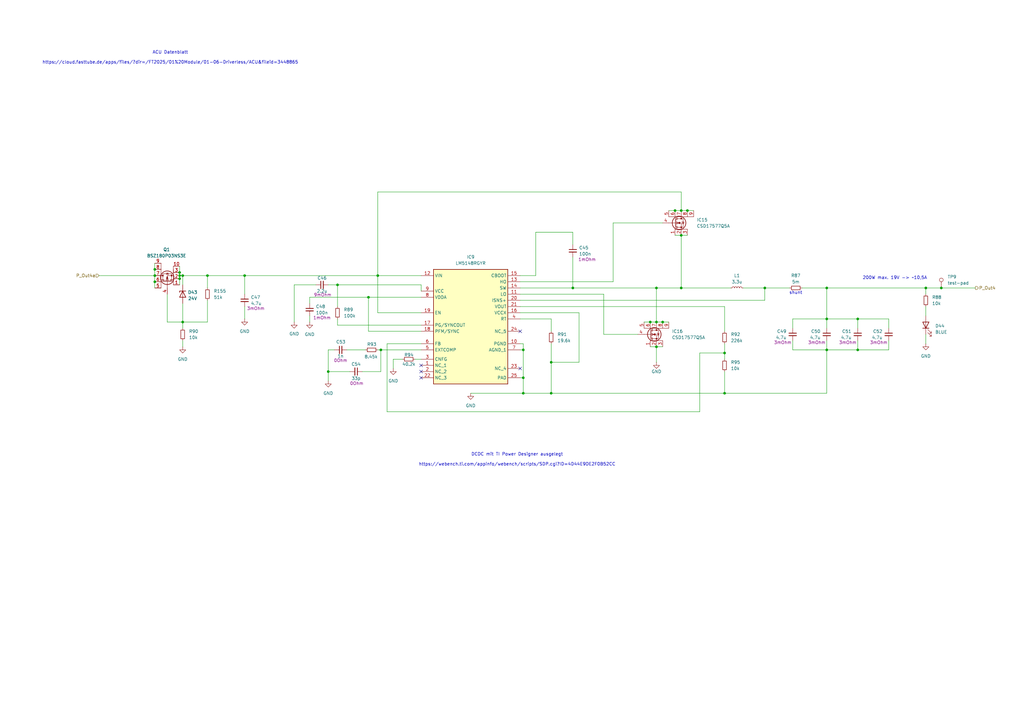
<source format=kicad_sch>
(kicad_sch (version 20231120) (generator "eeschema") (generator_version "8.0")
  (paper "A3")
  (title_block (title "PDU FT25") (date "2024-11-23") (rev "V1.1") (company "Janek Herm") (comment 1 "FaSTTUBe Electronics"))
  (lib_symbols
    (symbol "Connector:TestPoint" (pin_numbers hide) (pin_names (offset 0.762) hide)
      (property "Reference" "TP" (at 0 6.858 0))
      (property "Value" "TestPoint" (at 0 5.08 0))
      (symbol "TestPoint_0_1"
        (circle (center 0 3.302) (radius 0.762))
      )
      (symbol "TestPoint_1_1"
        (pin passive line (at 0 0 90) (length 2.54) (name "1") (number "1"))
      )
    )
    (symbol "Device:C_Small" (pin_numbers hide) (pin_names (offset 0.254) hide)
      (property "Reference" "C" (at 0.254 1.778 0))
      (property "Value" "C_Small" (at 0.254 -2.032 0))
      (symbol "C_Small_0_1"
        (polyline (pts (xy -1.524 -0.508) (xy 1.524 -0.508)) (stroke (width 0.3302)))
        (polyline (pts (xy -1.524 0.508) (xy 1.524 0.508)) (stroke (width 0.3048)))
      )
      (symbol "C_Small_1_1"
        (pin passive line (at 0 2.54 270) (length 2.032) (name "~") (number "1"))
        (pin passive line (at 0 -2.54 90) (length 2.032) (name "~") (number "2"))
      )
    )
    (symbol "Device:D_Zener" (pin_numbers hide) (pin_names (offset 1.016) hide)
      (property "Reference" "D" (at 0 2.54 0))
      (property "Value" "D_Zener" (at 0 -2.54 0))
      (symbol "D_Zener_0_1"
        (polyline (pts (xy 1.27 0) (xy -1.27 0)))
        (polyline (pts (xy -1.27 -1.27) (xy -1.27 1.27) (xy -0.762 1.27)) (stroke (width 0.254)))
        (polyline (pts (xy 1.27 -1.27) (xy 1.27 1.27) (xy -1.27 0) (xy 1.27 -1.27)) (stroke (width 0.254)))
      )
      (symbol "D_Zener_1_1"
        (pin passive line (at -3.81 0 0) (length 2.54) (name "K") (number "1"))
        (pin passive line (at 3.81 0 180) (length 2.54) (name "A") (number "2"))
      )
    )
    (symbol "Device:LED" (pin_numbers hide) (pin_names (offset 1.016) hide)
      (property "Reference" "D" (at 0 2.54 0))
      (property "Value" "LED" (at 0 -2.54 0))
      (symbol "LED_0_1"
        (polyline (pts (xy -1.27 -1.27) (xy -1.27 1.27)) (stroke (width 0.254)))
        (polyline (pts (xy -1.27 0) (xy 1.27 0)))
        (polyline (pts (xy 1.27 -1.27) (xy 1.27 1.27) (xy -1.27 0) (xy 1.27 -1.27)) (stroke (width 0.254)))
        (polyline (pts (xy -3.048 -0.762) (xy -4.572 -2.286) (xy -3.81 -2.286) (xy -4.572 -2.286) (xy -4.572 -1.524)))
        (polyline (pts (xy -1.778 -0.762) (xy -3.302 -2.286) (xy -2.54 -2.286) (xy -3.302 -2.286) (xy -3.302 -1.524)))
      )
      (symbol "LED_1_1"
        (pin passive line (at -3.81 0 0) (length 2.54) (name "K") (number "1"))
        (pin passive line (at 3.81 0 180) (length 2.54) (name "A") (number "2"))
      )
    )
    (symbol "Device:L_Small" (pin_numbers hide) (pin_names (offset 0.254) hide)
      (property "Reference" "L" (at 0.762 1.016 0))
      (property "Value" "L_Small" (at 0.762 -1.016 0))
      (symbol "L_Small_0_1"
        (arc (start 0 -2.032) (mid 0.5058 -1.524) (end 0 -1.016))
        (arc (start 0 -1.016) (mid 0.5058 -0.508) (end 0 0))
        (arc (start 0 0) (mid 0.5058 0.508) (end 0 1.016))
        (arc (start 0 1.016) (mid 0.5058 1.524) (end 0 2.032))
      )
      (symbol "L_Small_1_1"
        (pin passive line (at 0 2.54 270) (length 0.508) (name "~") (number "1"))
        (pin passive line (at 0 -2.54 90) (length 0.508) (name "~") (number "2"))
      )
    )
    (symbol "Device:R_Small" (pin_numbers hide) (pin_names (offset 0.254) hide)
      (property "Reference" "R" (at 0.762 0.508 0))
      (property "Value" "R_Small" (at 0.762 -1.016 0))
      (symbol "R_Small_0_1"
        (rectangle (start -0.762 1.778) (end 0.762 -1.778) (stroke (width 0.2032)))
      )
      (symbol "R_Small_1_1"
        (pin passive line (at 0 2.54 270) (length 0.762) (name "~") (number "1"))
        (pin passive line (at 0 -2.54 90) (length 0.762) (name "~") (number "2"))
      )
    )
    (symbol "FaSTTUBe_microcontrollers:BSZ180P03NS3E"
      (property "Reference" "Q" (at 4.445 0.635 0))
      (symbol "BSZ180P03NS3E_0_1"
        (circle (center -0.889 0) (radius 2.794) (stroke (width 0.254)))
        (circle (center 0 -1.778) (radius 0.254) (fill (type outline)))
        (polyline (pts (xy -3.81 -2.54) (xy -2.54 -2.54)))
        (polyline (pts (xy -2.286 0) (xy -5.08 0)))
        (polyline (pts (xy -2.286 1.905) (xy -2.286 -1.905)) (stroke (width 0.254)))
        (polyline (pts (xy -1.778 -1.27) (xy -1.778 -2.286)) (stroke (width 0.254)))
        (polyline (pts (xy -1.778 0.508) (xy -1.778 -0.508)) (stroke (width 0.254)))
        (polyline (pts (xy -1.778 2.286) (xy -1.778 1.27)) (stroke (width 0.254)))
        (polyline (pts (xy 0 1.905) (xy 0 2.54)))
        (polyline (pts (xy 0 2.54) (xy 0 1.778)))
        (polyline (pts (xy 2.54 -2.54) (xy -2.54 -2.54)))
        (polyline (pts (xy 2.54 2.54) (xy -5.08 2.54)))
        (polyline (pts (xy 3.81 -2.54) (xy 1.27 -2.54)))
        (polyline (pts (xy 5.08 2.54) (xy 2.54 2.54)))
        (polyline (pts (xy 0 -2.54) (xy 0 0) (xy -1.778 0)))
        (polyline (pts (xy -1.778 1.778) (xy 0.762 1.778) (xy 0.762 -1.778) (xy -1.778 -1.778)))
        (polyline (pts (xy -0.254 0) (xy -1.27 0.381) (xy -1.27 -0.381) (xy -0.254 0)) (fill (type outline)))
        (polyline (pts (xy 0.254 -0.508) (xy 0.381 -0.381) (xy 1.143 -0.381) (xy 1.27 -0.254)))
        (polyline (pts (xy 0.762 -0.381) (xy 0.381 0.254) (xy 1.143 0.254) (xy 0.762 -0.381)))
        (circle (center 0 1.778) (radius 0.254) (fill (type outline)))
      )
      (symbol "BSZ180P03NS3E_1_1"
        (pin passive line (at -3.81 -5.08 90) (length 2.54) (name "") (number "1"))
        (pin passive line (at 3.81 -5.08 90) (length 2.54) (name "") (number "10"))
        (pin passive line (at -1.27 -5.08 90) (length 2.54) (name "") (number "2"))
        (pin passive line (at 1.27 -5.08 90) (length 2.54) (name "") (number "3"))
        (pin input line (at -7.62 0 0) (length 2.54) (name "") (number "4"))
        (pin passive line (at -5.08 5.08 270) (length 2.54) (name "") (number "5"))
        (pin passive line (at -2.54 5.08 270) (length 2.54) (name "") (number "6"))
        (pin passive line (at 0 5.08 270) (length 2.54) (name "") (number "7"))
        (pin passive line (at 2.54 5.08 270) (length 2.54) (name "") (number "8"))
        (pin passive line (at 5.08 5.08 270) (length 2.54) (name "") (number "9"))
      )
    )
    (symbol "FaSTTUBe_microcontrollers:CSD17577Q5A"
      (property "Reference" "IC" (at 9.144 -15.113 0))
      (property "Value" "CSD17577Q5A" (at 9.906 -17.145 0))
      (symbol "CSD17577Q5A_0_1"
        (circle (center -0.889 -16.51) (radius 2.794) (stroke (width 0.254)))
        (circle (center 0 -18.288) (radius 0.254) (fill (type outline)))
        (circle (center 0 -14.732) (radius 0.254) (fill (type outline)))
        (polyline (pts (xy -2.286 -16.51) (xy -5.08 -16.51)))
        (polyline (pts (xy -2.286 -14.605) (xy -2.286 -18.415)) (stroke (width 0.254)))
        (polyline (pts (xy -1.778 -17.78) (xy -1.778 -18.796)) (stroke (width 0.254)))
        (polyline (pts (xy -1.778 -16.002) (xy -1.778 -17.018)) (stroke (width 0.254)))
        (polyline (pts (xy -1.778 -14.224) (xy -1.778 -15.24)) (stroke (width 0.254)))
        (polyline (pts (xy 0 -13.97) (xy 0 -14.732)))
        (polyline (pts (xy 2.54 -19.05) (xy -2.54 -19.05)))
        (polyline (pts (xy 5.08 -13.97) (xy -5.08 -13.97)))
        (polyline (pts (xy 0 -19.05) (xy 0 -16.51) (xy -1.778 -16.51)))
        (polyline (pts (xy -1.778 -18.288) (xy 0.762 -18.288) (xy 0.762 -14.732) (xy -1.778 -14.732)))
        (polyline (pts (xy -1.524 -16.51) (xy -0.508 -16.129) (xy -0.508 -16.891) (xy -1.524 -16.51)) (fill (type outline)))
        (polyline (pts (xy 0.254 -16.002) (xy 0.381 -16.129) (xy 1.143 -16.129) (xy 1.27 -16.256)))
        (polyline (pts (xy 0.762 -16.129) (xy 0.381 -16.764) (xy 1.143 -16.764) (xy 0.762 -16.129)))
      )
      (symbol "CSD17577Q5A_1_1"
        (pin passive line (at -2.54 -21.59 90) (length 2.54) (name "") (number "1"))
        (pin passive line (at 0 -21.59 90) (length 2.54) (name "") (number "2"))
        (pin passive line (at 2.54 -21.59 90) (length 2.54) (name "") (number "3"))
        (pin input line (at -7.62 -16.51 0) (length 2.54) (name "") (number "4"))
        (pin passive line (at -5.08 -11.43 270) (length 2.54) (name "") (number "5"))
        (pin passive line (at -2.54 -11.43 270) (length 2.54) (name "") (number "6"))
        (pin passive line (at 0 -11.43 270) (length 2.54) (name "") (number "7"))
        (pin passive line (at 2.54 -11.43 270) (length 2.54) (name "") (number "8"))
        (pin passive line (at 5.08 -11.43 270) (length 2.54) (name "") (number "9"))
      )
    )
    (symbol "LM5148RGYR:LM5148RGYR"
      (property "Reference" "IC" (at 36.83 17.78 0))
      (property "Value" "LM5148RGYR" (at 36.83 15.24 0))
      (symbol "LM5148RGYR_1_1"
        (rectangle (start 5.08 12.7) (end 35.56 -34.29) (stroke (width 0.254)) (fill (type background)))
        (pin passive line (at 0 -26.67 0) (length 5.08) (name "NC_1") (number "1"))
        (pin passive line (at 40.64 -17.78 180) (length 5.08) (name "PGND") (number "10"))
        (pin passive line (at 40.64 2.54 180) (length 5.08) (name "LO") (number "11"))
        (pin passive line (at 0 10.16 0) (length 5.08) (name "VIN") (number "12"))
        (pin passive line (at 40.64 7.62 180) (length 5.08) (name "HO") (number "13"))
        (pin passive line (at 40.64 5.08 180) (length 5.08) (name "SW") (number "14"))
        (pin passive line (at 40.64 10.16 180) (length 5.08) (name "CBOOT") (number "15"))
        (pin passive line (at 40.64 -5.08 180) (length 5.08) (name "VCCX") (number "16"))
        (pin passive line (at 0 -10.16 0) (length 5.08) (name "PG/SYNCOUT") (number "17"))
        (pin passive line (at 0 -12.7 0) (length 5.08) (name "PFM/SYNC") (number "18"))
        (pin passive line (at 0 -5.08 0) (length 5.08) (name "EN") (number "19"))
        (pin passive line (at 0 -29.21 0) (length 5.08) (name "NC_2") (number "2"))
        (pin passive line (at 40.64 0 180) (length 5.08) (name "ISNS+") (number "20"))
        (pin passive line (at 40.64 -2.54 180) (length 5.08) (name "VOUT") (number "21"))
        (pin passive line (at 0 -31.75 0) (length 5.08) (name "NC_3") (number "22"))
        (pin passive line (at 40.64 -27.94 180) (length 5.08) (name "NC_4") (number "23"))
        (pin passive line (at 40.64 -12.7 180) (length 5.08) (name "NC_5") (number "24"))
        (pin passive line (at 40.64 -31.75 180) (length 5.08) (name "PAD") (number "25"))
        (pin passive line (at 0 -24.13 0) (length 5.08) (name "CNFG") (number "3"))
        (pin passive line (at 40.64 -7.62 180) (length 5.08) (name "RT") (number "4"))
        (pin passive line (at 0 -20.32 0) (length 5.08) (name "EXTCOMP") (number "5"))
        (pin passive line (at 0 -17.78 0) (length 5.08) (name "FB") (number "6"))
        (pin passive line (at 40.64 -20.32 180) (length 5.08) (name "AGND_1") (number "7"))
        (pin passive line (at 0 1.27 0) (length 5.08) (name "VDDA") (number "8"))
        (pin passive line (at 0 3.81 0) (length 5.08) (name "VCC") (number "9"))
      )
    )
    (symbol "power:GND" (power) (pin_numbers hide) (pin_names (offset 0) hide)
      (property "Value" "GND" (at 0 -3.81 0))
      (symbol "GND_0_1"
        (polyline (pts (xy 0 0) (xy 0 -1.27) (xy 1.27 -1.27) (xy 0 -2.54) (xy -1.27 -1.27) (xy 0 -1.27)))
      )
      (symbol "GND_1_1"
        (pin power_in line (at 0 0 270) (length 0) (name "~") (number "1"))
      )
    )
  )
  (junction (at 214.63 161.29))
  (junction (at 279.4 118.11))
  (junction (at 351.79 130.81))
  (junction (at 74.93 113.03))
  (junction (at 339.09 143.51))
  (junction (at 386.08 118.11))
  (junction (at 281.94 86.36))
  (junction (at 63.5 110.49))
  (junction (at 73.66 113.03))
  (junction (at 379.73 118.11))
  (junction (at 279.4 86.36))
  (junction (at 85.09 113.03))
  (junction (at 73.66 114.3))
  (junction (at 266.7 132.08))
  (junction (at 63.5 113.03))
  (junction (at 269.24 118.11))
  (junction (at 226.06 161.29))
  (junction (at 151.13 121.92))
  (junction (at 214.63 154.94))
  (junction (at 276.86 86.36))
  (junction (at 269.24 132.08))
  (junction (at 269.24 142.24))
  (junction (at 297.18 144.78))
  (junction (at 156.21 143.51))
  (junction (at 271.78 132.08))
  (junction (at 313.69 118.11))
  (junction (at 138.43 116.84))
  (junction (at 234.95 118.11))
  (junction (at 74.93 132.08))
  (junction (at 154.94 113.03))
  (junction (at 63.5 115.57))
  (junction (at 279.4 96.52))
  (junction (at 73.66 111.76))
  (junction (at 226.06 148.59))
  (junction (at 100.33 113.03))
  (junction (at 339.09 118.11))
  (junction (at 297.18 161.29))
  (junction (at 339.09 130.81))
  (junction (at 351.79 143.51))
  (junction (at 134.62 152.4))
  (junction (at 214.63 143.51))
  (no_connect (at 172.72 152.4))
  (no_connect (at 172.72 154.94))
  (no_connect (at 172.72 149.86))
  (no_connect (at 213.36 151.13))
  (no_connect (at 213.36 135.89))
  (wire (pts (xy 226.06 130.81) (xy 226.06 135.89)))
  (wire (pts (xy 74.93 139.7) (xy 74.93 142.24)))
  (wire (pts (xy 339.09 130.81) (xy 351.79 130.81)))
  (wire (pts (xy 120.65 132.08) (xy 120.65 116.84)))
  (wire (pts (xy 297.18 152.4) (xy 297.18 161.29)))
  (wire (pts (xy 351.79 143.51) (xy 364.49 143.51)))
  (wire (pts (xy 213.36 128.27) (xy 237.49 128.27)))
  (wire (pts (xy 214.63 143.51) (xy 213.36 143.51)))
  (wire (pts (xy 73.66 114.3) (xy 73.66 116.84)))
  (wire (pts (xy 158.75 168.91) (xy 287.02 168.91)))
  (wire (pts (xy 63.5 107.95) (xy 63.5 110.49)))
  (wire (pts (xy 214.63 161.29) (xy 226.06 161.29)))
  (wire (pts (xy 127 121.92) (xy 127 124.46)))
  (wire (pts (xy 269.24 118.11) (xy 279.4 118.11)))
  (wire (pts (xy 226.06 148.59) (xy 226.06 161.29)))
  (wire (pts (xy 339.09 139.7) (xy 339.09 143.51)))
  (wire (pts (xy 379.73 118.11) (xy 386.08 118.11)))
  (wire (pts (xy 364.49 134.62) (xy 364.49 130.81)))
  (wire (pts (xy 154.94 78.74) (xy 279.4 78.74)))
  (wire (pts (xy 297.18 161.29) (xy 339.09 161.29)))
  (wire (pts (xy 127 121.92) (xy 151.13 121.92)))
  (wire (pts (xy 325.12 134.62) (xy 325.12 130.81)))
  (wire (pts (xy 364.49 139.7) (xy 364.49 143.51)))
  (wire (pts (xy 339.09 143.51) (xy 339.09 161.29)))
  (wire (pts (xy 85.09 113.03) (xy 100.33 113.03)))
  (wire (pts (xy 63.5 115.57) (xy 63.5 118.11)))
  (wire (pts (xy 214.63 140.97) (xy 213.36 140.97)))
  (wire (pts (xy 269.24 118.11) (xy 269.24 132.08)))
  (wire (pts (xy 148.59 152.4) (xy 156.21 152.4)))
  (wire (pts (xy 154.94 113.03) (xy 172.72 113.03)))
  (wire (pts (xy 172.72 128.27) (xy 154.94 128.27)))
  (wire (pts (xy 100.33 125.73) (xy 100.33 130.81)))
  (wire (pts (xy 214.63 161.29) (xy 214.63 154.94)))
  (wire (pts (xy 172.72 140.97) (xy 158.75 140.97)))
  (wire (pts (xy 234.95 95.25) (xy 234.95 100.33)))
  (wire (pts (xy 120.65 116.84) (xy 129.54 116.84)))
  (wire (pts (xy 325.12 143.51) (xy 325.12 139.7)))
  (wire (pts (xy 156.21 152.4) (xy 156.21 143.51)))
  (wire (pts (xy 74.93 113.03) (xy 85.09 113.03)))
  (wire (pts (xy 269.24 132.08) (xy 271.78 132.08)))
  (wire (pts (xy 213.36 130.81) (xy 226.06 130.81)))
  (wire (pts (xy 271.78 132.08) (xy 274.32 132.08)))
  (wire (pts (xy 379.73 137.16) (xy 379.73 140.97)))
  (wire (pts (xy 325.12 130.81) (xy 339.09 130.81)))
  (wire (pts (xy 74.93 124.46) (xy 74.93 132.08)))
  (wire (pts (xy 161.29 151.13) (xy 161.29 147.32)))
  (wire (pts (xy 313.69 118.11) (xy 323.85 118.11)))
  (wire (pts (xy 158.75 140.97) (xy 158.75 168.91)))
  (wire (pts (xy 339.09 130.81) (xy 339.09 134.62)))
  (wire (pts (xy 266.7 142.24) (xy 269.24 142.24)))
  (wire (pts (xy 379.73 125.73) (xy 379.73 129.54)))
  (wire (pts (xy 214.63 143.51) (xy 214.63 154.94)))
  (wire (pts (xy 138.43 133.35) (xy 138.43 130.81)))
  (wire (pts (xy 269.24 142.24) (xy 271.78 142.24)))
  (wire (pts (xy 351.79 134.62) (xy 351.79 130.81)))
  (wire (pts (xy 313.69 123.19) (xy 313.69 118.11)))
  (wire (pts (xy 251.46 91.44) (xy 251.46 115.57)))
  (wire (pts (xy 386.08 118.11) (xy 400.05 118.11)))
  (wire (pts (xy 237.49 148.59) (xy 226.06 148.59)))
  (wire (pts (xy 351.79 130.81) (xy 364.49 130.81)))
  (wire (pts (xy 234.95 118.11) (xy 269.24 118.11)))
  (wire (pts (xy 154.94 113.03) (xy 154.94 78.74)))
  (wire (pts (xy 134.62 143.51) (xy 137.16 143.51)))
  (wire (pts (xy 247.65 120.65) (xy 213.36 120.65)))
  (wire (pts (xy 213.36 118.11) (xy 234.95 118.11)))
  (wire (pts (xy 219.71 113.03) (xy 219.71 95.25)))
  (wire (pts (xy 138.43 125.73) (xy 138.43 116.84)))
  (wire (pts (xy 213.36 113.03) (xy 219.71 113.03)))
  (wire (pts (xy 279.4 78.74) (xy 279.4 86.36)))
  (wire (pts (xy 73.66 113.03) (xy 73.66 114.3)))
  (wire (pts (xy 74.93 113.03) (xy 74.93 116.84)))
  (wire (pts (xy 247.65 120.65) (xy 247.65 137.16)))
  (wire (pts (xy 351.79 139.7) (xy 351.79 143.51)))
  (wire (pts (xy 151.13 135.89) (xy 151.13 121.92)))
  (wire (pts (xy 127 129.54) (xy 127 132.08)))
  (wire (pts (xy 325.12 143.51) (xy 339.09 143.51)))
  (wire (pts (xy 339.09 118.11) (xy 339.09 130.81)))
  (wire (pts (xy 281.94 86.36) (xy 284.48 86.36)))
  (wire (pts (xy 379.73 118.11) (xy 379.73 120.65)))
  (wire (pts (xy 85.09 132.08) (xy 74.93 132.08)))
  (wire (pts (xy 276.86 96.52) (xy 279.4 96.52)))
  (wire (pts (xy 264.16 132.08) (xy 266.7 132.08)))
  (wire (pts (xy 63.5 113.03) (xy 63.5 115.57)))
  (wire (pts (xy 219.71 95.25) (xy 234.95 95.25)))
  (wire (pts (xy 149.86 143.51) (xy 142.24 143.51)))
  (wire (pts (xy 297.18 140.97) (xy 297.18 144.78)))
  (wire (pts (xy 134.62 152.4) (xy 134.62 156.21)))
  (wire (pts (xy 279.4 86.36) (xy 281.94 86.36)))
  (wire (pts (xy 297.18 125.73) (xy 297.18 135.89)))
  (wire (pts (xy 279.4 96.52) (xy 279.4 118.11)))
  (wire (pts (xy 134.62 143.51) (xy 134.62 152.4)))
  (wire (pts (xy 68.58 120.65) (xy 68.58 132.08)))
  (wire (pts (xy 100.33 113.03) (xy 154.94 113.03)))
  (wire (pts (xy 304.8 118.11) (xy 313.69 118.11)))
  (wire (pts (xy 161.29 147.32) (xy 165.1 147.32)))
  (wire (pts (xy 214.63 154.94) (xy 213.36 154.94)))
  (wire (pts (xy 100.33 113.03) (xy 100.33 120.65)))
  (wire (pts (xy 172.72 121.92) (xy 151.13 121.92)))
  (wire (pts (xy 339.09 118.11) (xy 379.73 118.11)))
  (wire (pts (xy 154.94 143.51) (xy 156.21 143.51)))
  (wire (pts (xy 234.95 105.41) (xy 234.95 118.11)))
  (wire (pts (xy 266.7 132.08) (xy 269.24 132.08)))
  (wire (pts (xy 287.02 168.91) (xy 287.02 144.78)))
  (wire (pts (xy 138.43 116.84) (xy 172.72 116.84)))
  (wire (pts (xy 154.94 128.27) (xy 154.94 113.03)))
  (wire (pts (xy 339.09 143.51) (xy 351.79 143.51)))
  (wire (pts (xy 269.24 148.59) (xy 269.24 142.24)))
  (wire (pts (xy 172.72 133.35) (xy 138.43 133.35)))
  (wire (pts (xy 73.66 109.22) (xy 73.66 111.76)))
  (wire (pts (xy 193.04 161.29) (xy 214.63 161.29)))
  (wire (pts (xy 172.72 116.84) (xy 172.72 119.38)))
  (wire (pts (xy 73.66 111.76) (xy 73.66 113.03)))
  (wire (pts (xy 63.5 110.49) (xy 63.5 113.03)))
  (wire (pts (xy 274.32 86.36) (xy 276.86 86.36)))
  (wire (pts (xy 226.06 161.29) (xy 297.18 161.29)))
  (wire (pts (xy 172.72 135.89) (xy 151.13 135.89)))
  (wire (pts (xy 276.86 86.36) (xy 279.4 86.36)))
  (wire (pts (xy 213.36 115.57) (xy 251.46 115.57)))
  (wire (pts (xy 170.18 147.32) (xy 172.72 147.32)))
  (wire (pts (xy 85.09 113.03) (xy 85.09 118.11)))
  (wire (pts (xy 214.63 140.97) (xy 214.63 143.51)))
  (wire (pts (xy 73.66 113.03) (xy 74.93 113.03)))
  (wire (pts (xy 74.93 132.08) (xy 74.93 134.62)))
  (wire (pts (xy 279.4 96.52) (xy 281.94 96.52)))
  (wire (pts (xy 247.65 137.16) (xy 261.62 137.16)))
  (wire (pts (xy 226.06 140.97) (xy 226.06 148.59)))
  (wire (pts (xy 328.93 118.11) (xy 339.09 118.11)))
  (wire (pts (xy 279.4 118.11) (xy 299.72 118.11)))
  (wire (pts (xy 85.09 123.19) (xy 85.09 132.08)))
  (wire (pts (xy 134.62 152.4) (xy 143.51 152.4)))
  (wire (pts (xy 297.18 144.78) (xy 297.18 147.32)))
  (wire (pts (xy 156.21 143.51) (xy 172.72 143.51)))
  (wire (pts (xy 287.02 144.78) (xy 297.18 144.78)))
  (wire (pts (xy 40.64 113.03) (xy 63.5 113.03)))
  (wire (pts (xy 213.36 125.73) (xy 297.18 125.73)))
  (wire (pts (xy 213.36 123.19) (xy 313.69 123.19)))
  (wire (pts (xy 251.46 91.44) (xy 271.78 91.44)))
  (wire (pts (xy 134.62 116.84) (xy 138.43 116.84)))
  (wire (pts (xy 68.58 132.08) (xy 74.93 132.08)))
  (wire (pts (xy 237.49 128.27) (xy 237.49 148.59)))
  (text "ACU Datenblatt\n\nhttps://cloud.fasttube.de/apps/files/?dir=/FT2025/01%20Module/01-06-Driverless/ACU&fileid=3448865" (at 69.85 23.622 0) (effects (font (size 1.27 1.27))))
  (text "200W max. 19V -> ~10,5A" (at 367.03 114.046 0) (effects (font (size 1.27 1.27))))
  (text "DCDC mit TI Power Designer ausgelegt\n\nhttps://webench.ti.com/appinfo/webench/scripts/SDP.cgi?ID=4D44E9DE2F0B52CC" (at 212.09 188.468 0) (effects (font (size 1.27 1.27))))
  (text "shunt" (at 326.39 120.142 0) (effects (font (size 1.27 1.27))))
  (hierarchical_label "P_Out4" (shape output) (at 400.05 118.11 0))
  (hierarchical_label "P_Out4a" (shape input) (at 40.64 113.03 180))
  (symbol (lib_id "power:GND") (at 269.24 148.59 0) (unit 1)
    (property "Reference" "#PWR0147" (effects (hide yes)))
    (property "Value" "GND" (at 267.208 152.3999 0) (effects (justify left)))
    (property "Description" "Power symbol creates a global label with name \"GND\" , ground" (effects (hide yes)))
  )
  (symbol (lib_id "FaSTTUBe_microcontrollers:CSD17577Q5A") (at 269.24 120.65 0) (unit 1)
    (property "Reference" "IC16" (at 275.59 135.8899 0) (effects (justify left)))
    (property "Value" "CSD17577Q5A" (at 275.59 138.4299 0) (effects (justify left)))
    (property "Footprint" "CSD17303Q5:CSD17303Q5" (effects (hide yes)))
    (property "Datasheet" "https://www.ti.com/lit/ds/symlink/csd17577q5a.pdf" (effects (hide yes)))
  )
  (symbol (lib_id "Device:R_Small") (at 152.4 143.51 270) (unit 1)
    (property "Reference" "R93" (at 154.4319 141.224 90) (effects (justify right)))
    (property "Value" "8.45k" (at 154.9399 146.304 90) (effects (justify right)))
    (property "Footprint" "Resistor_SMD:R_0603_1608Metric" (effects (hide yes)))
    (property "Description" "63mW, 1% Tolerance" (effects (hide yes)))
  )
  (symbol (lib_id "Device:D_Zener") (at 74.93 120.65 90) (mirror x) (unit 1)
    (property "Reference" "D43" (at 78.994 119.888 90))
    (property "Value" "24V" (at 78.994 122.428 90))
    (property "Footprint" "3SMAJ5934B-TP:DIOM5226X244N" (effects (hide yes)))
    (property "Datasheet" "https://www.mouser.de/datasheet/2/258/3SMAJ5918B_3SMAJ5956B_SMA_-3423242.pdf" (effects (hide yes)))
    (property "Description" "Zener diode" (effects (hide yes)))
    (property "MPR" "3SMAJ5934B-TP" (effects (hide yes)))
  )
  (symbol (lib_id "Device:R_Small") (at 226.06 138.43 180) (unit 1)
    (property "Reference" "R91" (at 228.6 137.1599 0) (effects (justify right)))
    (property "Value" "19.6k" (at 228.6 139.6999 0) (effects (justify right)))
    (property "Footprint" "Resistor_SMD:R_0603_1608Metric" (effects (hide yes)))
    (property "Description" "63mW, 1%" (effects (hide yes)))
  )
  (symbol (lib_id "power:GND") (at 379.73 140.97 0) (unit 1)
    (property "Reference" "#PWR0146" (effects (hide yes)))
    (property "Value" "GND" (at 379.73 146.05 0))
    (property "Description" "Power symbol creates a global label with name \"GND\" , ground" (effects (hide yes)))
  )
  (symbol (lib_id "Device:R_Small") (at 167.64 147.32 90) (unit 1)
    (property "Reference" "R94" (at 169.6719 145.542 90) (effects (justify left)))
    (property "Value" "40.2k" (at 170.4339 149.352 90) (effects (justify left)))
    (property "Footprint" "Resistor_SMD:R_0603_1608Metric" (effects (hide yes)))
    (property "Description" "100mW, 1% Tolerance" (effects (hide yes)))
  )
  (symbol (lib_id "Device:C_Small") (at 139.7 143.51 90) (unit 1)
    (property "Reference" "C53" (at 141.7382 140.208 90) (effects (justify left)))
    (property "Value" "1n" (at 140.9762 146.05 90) (effects (justify left)))
    (property "Footprint" "Capacitor_SMD:C_0603_1608Metric" (effects (hide yes)))
    (property "Description" "C0G / NP0, 50V" (effects (hide yes)))
    (property "Resistance" "0Ohm" (at 139.7 147.828 90))
  )
  (symbol (lib_id "Device:C_Small") (at 325.12 137.16 0) (mirror y) (unit 1)
    (property "Reference" "C49" (at 322.58 135.8962 0) (effects (justify left)))
    (property "Value" "4.7u" (at 322.58 138.4362 0) (effects (justify left)))
    (property "Footprint" "Capacitor_SMD:C_2220_5750Metric" (effects (hide yes)))
    (property "Description" "X7R, 50V" (effects (hide yes)))
    (property "Resistance" "3mOhm" (at 321.056 140.462 0))
  )
  (symbol (lib_id "power:GND") (at 134.62 156.21 0) (unit 1)
    (property "Reference" "#PWR0149" (effects (hide yes)))
    (property "Value" "GND" (at 134.62 161.29 0))
    (property "Description" "Power symbol creates a global label with name \"GND\" , ground" (effects (hide yes)))
  )
  (symbol (lib_id "Device:L_Small") (at 302.26 118.11 90) (unit 1)
    (property "Reference" "L1" (at 302.26 113.03 90))
    (property "Value" "3.3u" (at 302.26 115.57 90))
    (property "Footprint" "7443330330:WE-HCC_109021" (effects (hide yes)))
    (property "Datasheet" "https://www.we-online.com/components/products/datasheet/7443330330.pdf" (effects (hide yes)))
    (property "Description" "Inductor, small symbol" (effects (hide yes)))
    (property "MPR" "7443330330" (effects (hide yes)))
  )
  (symbol (lib_id "Device:R_Small") (at 379.73 123.19 0) (unit 1)
    (property "Reference" "R88" (at 382.27 121.9199 0) (effects (justify left)))
    (property "Value" "10k" (at 382.27 124.4599 0) (effects (justify left)))
    (property "Footprint" "Resistor_SMD:R_0603_1608Metric" (effects (hide yes)))
    (property "Description" "Resistor, small symbol" (effects (hide yes)))
  )
  (symbol (lib_id "Connector:TestPoint") (at 386.08 118.11 0) (unit 1)
    (property "Reference" "TP9" (at 388.62 113.5379 0) (effects (justify left)))
    (property "Value" "test-pad" (at 388.62 116.0779 0) (effects (justify left)))
    (property "Footprint" "5025:5025" (effects (hide yes)))
    (property "Description" "test point" (effects (hide yes)))
  )
  (symbol (lib_id "Device:R_Small") (at 74.93 137.16 0) (unit 1)
    (property "Reference" "R90" (at 77.47 135.8899 0) (effects (justify left)))
    (property "Value" "10k" (at 77.47 138.4299 0) (effects (justify left)))
    (property "Footprint" "Resistor_SMD:R_0603_1608Metric" (effects (hide yes)))
    (property "Description" "Resistor, small symbol" (effects (hide yes)))
  )
  (symbol (lib_id "Device:C_Small") (at 339.09 137.16 0) (mirror y) (unit 1)
    (property "Reference" "C50" (at 336.55 135.8962 0) (effects (justify left)))
    (property "Value" "4.7u" (at 336.55 138.4362 0) (effects (justify left)))
    (property "Footprint" "Capacitor_SMD:C_2220_5750Metric" (effects (hide yes)))
    (property "Description" "X7R, 50V" (effects (hide yes)))
    (property "Resistance" "3mOhm" (at 335.026 140.462 0))
  )
  (symbol (lib_id "Device:R_Small") (at 297.18 138.43 0) (unit 1)
    (property "Reference" "R92" (at 299.72 137.1599 0) (effects (justify left)))
    (property "Value" "226k" (at 299.72 139.6999 0) (effects (justify left)))
    (property "Footprint" "Resistor_SMD:R_0603_1608Metric" (effects (hide yes)))
    (property "Description" "63mW, 1%" (effects (hide yes)))
  )
  (symbol (lib_id "power:GND") (at 127 132.08 0) (unit 1)
    (property "Reference" "#PWR0144" (effects (hide yes)))
    (property "Value" "GND" (at 127 137.16 0))
    (property "Description" "Power symbol creates a global label with name \"GND\" , ground" (effects (hide yes)))
  )
  (symbol (lib_id "Device:C_Small") (at 351.79 137.16 0) (mirror y) (unit 1)
    (property "Reference" "C51" (at 349.25 135.8962 0) (effects (justify left)))
    (property "Value" "4.7u" (at 349.25 138.4362 0) (effects (justify left)))
    (property "Footprint" "Capacitor_SMD:C_2220_5750Metric" (effects (hide yes)))
    (property "Description" "X7R, 50V" (effects (hide yes)))
    (property "Resistance" "3mOhm" (at 347.726 140.462 0))
  )
  (symbol (lib_id "FaSTTUBe_microcontrollers:CSD17577Q5A") (at 279.4 74.93 0) (unit 1)
    (property "Reference" "IC15" (at 285.75 90.1699 0) (effects (justify left)))
    (property "Value" "CSD17577Q5A" (at 285.75 92.7099 0) (effects (justify left)))
    (property "Footprint" "CSD17303Q5:CSD17303Q5" (effects (hide yes)))
    (property "Datasheet" "https://www.ti.com/lit/ds/symlink/csd17577q5a.pdf" (effects (hide yes)))
  )
  (symbol (lib_id "Device:R_Small") (at 138.43 128.27 0) (unit 1)
    (property "Reference" "R89" (at 140.97 126.9999 0) (effects (justify left)))
    (property "Value" "100k" (at 140.97 129.5399 0) (effects (justify left)))
    (property "Footprint" "Resistor_SMD:R_0603_1608Metric" (effects (hide yes)))
    (property "Description" "100mW, 1% Tolerance" (effects (hide yes)))
  )
  (symbol (lib_id "Device:C_Small") (at 146.05 152.4 270) (unit 1)
    (property "Reference" "C54" (at 146.0436 149.352 90))
    (property "Value" "33p" (at 146.0436 155.194 90))
    (property "Footprint" "Capacitor_SMD:C_0805_2012Metric" (effects (hide yes)))
    (property "Description" "C0G / NP0, 50V" (effects (hide yes)))
    (property "Resistance" "0Ohm" (at 146.304 157.226 90))
  )
  (symbol (lib_id "FaSTTUBe_microcontrollers:BSZ180P03NS3E") (at 68.58 113.03 90) (unit 1)
    (property "Reference" "Q1" (at 68.326 102.362 90))
    (property "Value" "BSZ180P03NS3E" (at 68.326 104.902 90))
    (property "Footprint" "BSZ180P03NS3E:TSDSON-8-FL_INF" (effects (hide yes)))
    (property "Datasheet" "https://www.mouser.de/datasheet/2/196/Infineon_BSZ180P03NS3E_G_DS_v02_01_en-1731313.pdf" (effects (hide yes)))
  )
  (symbol (lib_id "LM5148RGYR:LM5148RGYR") (at 172.72 123.19 0) (unit 1)
    (property "Reference" "IC9" (at 193.04 105.41 0))
    (property "Value" "LM5148RGYR" (at 193.04 107.95 0))
    (property "Footprint" "LM5148RGY:LM5148RGYR" (effects (hide yes)))
    (property "Datasheet" "https://www.ti.com/lit/ds/symlink/lm5148.pdf?ts=1680990210570&ref_url=https%253A%252F%252Fwww.ti.com%252Fproduct%252FLM5148" (effects (hide yes)))
    (property "Description" "Switching Controllers 3.5-V to 80-V, current mode synchronous buck controller" (effects (hide yes)))
    (property "Height" "1" (effects (hide yes)))
    (property "Mouser Part Number" "595-LM5148RGYR" (effects (hide yes)))
    (property "Mouser Price/Stock" "https://www.mouser.co.uk/ProductDetail/Texas-Instruments/LM5148RGYR?qs=Jm2GQyTW%2FbgsJOyzcNbTmw%3D%3D" (effects (hide yes)))
    (property "Manufacturer_Name" "Texas Instruments" (effects (hide yes)))
    (property "Manufacturer_Part_Number" "LM5148RGYR" (effects (hide yes)))
  )
  (symbol (lib_id "Device:R_Small") (at 297.18 149.86 0) (unit 1)
    (property "Reference" "R95" (at 299.72 148.5899 0) (effects (justify left)))
    (property "Value" "10k" (at 299.72 151.1299 0) (effects (justify left)))
    (property "Footprint" "Resistor_SMD:R_0603_1608Metric" (effects (hide yes)))
    (property "Description" "63mW, 1%" (effects (hide yes)))
  )
  (symbol (lib_id "power:GND") (at 100.33 130.81 0) (unit 1)
    (property "Reference" "#PWR0142" (effects (hide yes)))
    (property "Value" "GND" (at 100.33 135.89 0))
    (property "Description" "Power symbol creates a global label with name \"GND\" , ground" (effects (hide yes)))
  )
  (symbol (lib_id "Device:LED") (at 379.73 133.35 90) (unit 1)
    (property "Reference" "D44" (at 383.54 133.6674 90) (effects (justify right)))
    (property "Value" "BLUE" (at 383.54 136.2074 90) (effects (justify right)))
    (property "Footprint" "LED_SMD:LED_0603_1608Metric" (effects (hide yes)))
    (property "Datasheet" "https://www.we-online.com/components/products/datasheet/150060BS75000.pdf" (effects (hide yes)))
    (property "Description" "Light emitting diode" (effects (hide yes)))
    (property "MPR" "150060BS75000" (effects (hide yes)))
  )
  (symbol (lib_id "power:GND") (at 193.04 161.29 0) (unit 1)
    (property "Reference" "#PWR0150" (effects (hide yes)))
    (property "Value" "GND" (at 193.04 166.37 0))
    (property "Description" "Power symbol creates a global label with name \"GND\" , ground" (effects (hide yes)))
  )
  (symbol (lib_id "Device:C_Small") (at 132.08 116.84 90) (unit 1)
    (property "Reference" "C46" (at 132.0863 114.046 90))
    (property "Value" "2.2u" (at 132.0863 119.38 90))
    (property "Footprint" "Capacitor_SMD:C_0603_1608Metric" (effects (hide yes)))
    (property "Description" "X7R, 10V" (effects (hide yes)))
    (property "Resistance" "9mOhm" (at 132.334 120.904 90))
    (property "MPR" "GRM188R71A225KE15D" (effects (hide yes)))
  )
  (symbol (lib_id "power:GND") (at 74.93 142.24 0) (unit 1)
    (property "Reference" "#PWR0145" (effects (hide yes)))
    (property "Value" "GND" (at 74.93 147.32 0))
    (property "Description" "Power symbol creates a global label with name \"GND\" , ground" (effects (hide yes)))
  )
  (symbol (lib_id "Device:R_Small") (at 85.09 120.65 0) (unit 1)
    (property "Reference" "R155" (at 87.63 119.3799 0) (effects (justify left)))
    (property "Value" "51k" (at 87.63 121.9199 0) (effects (justify left)))
    (property "Footprint" "Resistor_SMD:R_0603_1608Metric" (effects (hide yes)))
    (property "Description" "Resistor, small symbol" (effects (hide yes)))
  )
  (symbol (lib_id "Device:R_Small") (at 326.39 118.11 90) (unit 1)
    (property "Reference" "R87" (at 326.39 113.03 90))
    (property "Value" "5m" (at 326.39 115.57 90))
    (property "Footprint" "Resistor_SMD:R_2512_6332Metric" (effects (hide yes)))
    (property "Description" "Resistor, small symbol" (effects (hide yes)))
    (property "MPR" "MFSA1206R0050FCM" (effects (hide yes)))
  )
  (symbol (lib_id "Device:C_Small") (at 127 127 0) (unit 1)
    (property "Reference" "C48" (at 129.54 125.7362 0) (effects (justify left)))
    (property "Value" "100n" (at 129.54 128.2762 0) (effects (justify left)))
    (property "Footprint" "Capacitor_SMD:C_0603_1608Metric" (effects (hide yes)))
    (property "Description" "X7R, 10V" (effects (hide yes)))
    (property "Resistance" "1mOhm" (at 132.08 130.302 0))
    (property "MPR" "GRM155R71A104KA01D" (effects (hide yes)))
  )
  (symbol (lib_id "Device:C_Small") (at 234.95 102.87 0) (unit 1)
    (property "Reference" "C45" (at 237.49 101.6062 0) (effects (justify left)))
    (property "Value" "100n" (at 237.49 104.1462 0) (effects (justify left)))
    (property "Footprint" "Capacitor_SMD:C_0603_1608Metric" (effects (hide yes)))
    (property "Description" "X7R, 10V" (effects (hide yes)))
    (property "Resistance" "1mOhm" (at 240.792 106.426 0))
  )
  (symbol (lib_id "Device:C_Small") (at 100.33 123.19 0) (unit 1)
    (property "Reference" "C47" (at 102.87 121.9262 0) (effects (justify left)))
    (property "Value" "4.7u" (at 102.87 124.4662 0) (effects (justify left)))
    (property "Footprint" "Capacitor_SMD:C_2220_5750Metric" (effects (hide yes)))
    (property "Description" "X7R, 50V" (effects (hide yes)))
    (property "Resistance" "3mOhm" (at 104.902 126.492 0))
    (property "MPR" "GRM31CR71H475KA12L" (effects (hide yes)))
  )
  (symbol (lib_id "power:GND") (at 120.65 132.08 0) (unit 1)
    (property "Reference" "#PWR0143" (effects (hide yes)))
    (property "Value" "GND" (at 118.618 136.9059 0) (effects (justify left)))
    (property "Description" "Power symbol creates a global label with name \"GND\" , ground" (effects (hide yes)))
  )
  (symbol (lib_id "power:GND") (at 161.29 151.13 0) (unit 1)
    (property "Reference" "#PWR0148" (effects (hide yes)))
    (property "Value" "GND" (at 161.29 156.21 0))
    (property "Description" "Power symbol creates a global label with name \"GND\" , ground" (effects (hide yes)))
  )
  (symbol (lib_id "Device:C_Small") (at 364.49 137.16 0) (mirror y) (unit 1)
    (property "Reference" "C52" (at 361.95 135.8962 0) (effects (justify left)))
    (property "Value" "4.7u" (at 361.95 138.4362 0) (effects (justify left)))
    (property "Footprint" "Capacitor_SMD:C_2220_5750Metric" (effects (hide yes)))
    (property "Description" "X7R, 50V" (effects (hide yes)))
    (property "Resistance" "3mOhm" (at 360.426 140.462 0))
  )
)
</source>
